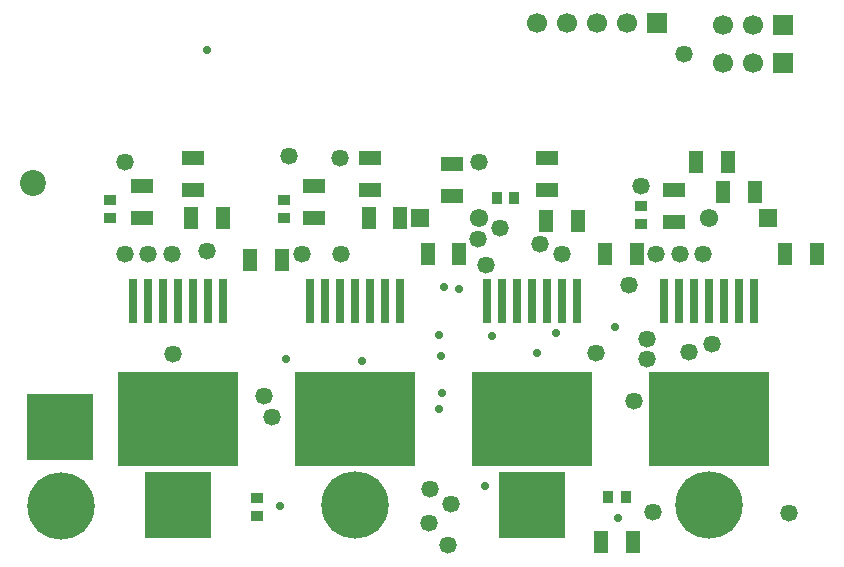
<source format=gbs>
%FSTAX42Y42*%
%MOMM*%
%SFA1B1*%

%IPPOS*%
%ADD38R,10.249980X7.999984*%
%ADD39R,0.799998X3.699993*%
%ADD51R,1.899996X1.299997*%
%ADD53R,0.899998X1.099998*%
%ADD54R,1.099998X0.899998*%
%ADD56R,1.299997X1.899996*%
%ADD63R,1.699997X1.699997*%
%ADD64C,1.699997*%
%ADD65R,5.699989X5.699989*%
%ADD66C,5.699989*%
%ADD67R,5.699989X5.699989*%
%ADD68C,1.549997*%
%ADD69R,1.549997X1.549997*%
%ADD70C,1.469997*%
%ADD71C,0.699999*%
%ADD72C,2.199996*%
%LNwhey_agr_agr_pcb-1*%
%LPD*%
G54D38*
X001499Y001224D03*
X004499D03*
X005999D03*
X002999D03*
G54D39*
X00188Y002224D03*
X001753D03*
X001626D03*
X001499D03*
X001372D03*
X001245D03*
X001118D03*
X00488D03*
X004753D03*
X004626D03*
X004499D03*
X004372D03*
X004245D03*
X004118D03*
X00638D03*
X006253D03*
X006126D03*
X005999D03*
X005872D03*
X005745D03*
X005618D03*
X00338D03*
X003253D03*
X003126D03*
X002999D03*
X002872D03*
X002745D03*
X002618D03*
G54D51*
X002649Y003194D03*
Y002924D03*
X001624Y003434D03*
Y003164D03*
X001199Y003194D03*
Y002924D03*
X003124Y003434D03*
Y003164D03*
X003824Y003384D03*
Y003114D03*
X004624Y003434D03*
Y003164D03*
X005699Y003159D03*
Y002889D03*
G54D53*
X005293Y000561D03*
X005143D03*
X004349Y003099D03*
X004199D03*
G54D54*
X002399Y003074D03*
Y002924D03*
X002168Y000405D03*
Y000555D03*
X000924Y003074D03*
Y002924D03*
X005424Y003024D03*
Y002874D03*
G54D56*
X006159Y003399D03*
X005889D03*
X005355Y00018D03*
X005085D03*
X006909Y002624D03*
X006639D03*
X002384Y002574D03*
X002114D03*
X001614Y002924D03*
X001884D03*
X003114D03*
X003384D03*
X003884Y002624D03*
X003614D03*
X004614Y002899D03*
X004884D03*
X005384Y002624D03*
X005114D03*
X006114Y003149D03*
X006384D03*
G54D63*
X006622Y004237D03*
X00662Y004561D03*
X005553Y004574D03*
G54D64*
X006368Y004237D03*
X006114D03*
X006111Y004561D03*
X006366D03*
X004537Y004574D03*
X004791D03*
X005045D03*
X005299D03*
G54D65*
X000499Y001156D03*
G54D66*
X000511Y000487D03*
X005999Y000499D03*
X002999D03*
G54D67*
X004499Y000499D03*
X001499D03*
G54D68*
X004049Y002924D03*
X005999D03*
G54D69*
X003549Y002924D03*
X006499D03*
G54D70*
X005037Y00178D03*
X00363Y000343D03*
X003811Y000505D03*
X002437Y003449D03*
X00223Y001418D03*
X002299Y001243D03*
X003787Y000161D03*
X003637Y00063D03*
X004749Y002624D03*
X001049Y003399D03*
X004049D03*
X005949Y002624D03*
X001449D03*
X001049D03*
X002549D03*
X001249D03*
X005549D03*
X005749D03*
X005318Y002361D03*
X005787Y004311D03*
X005474Y001905D03*
X005468Y00173D03*
X005418Y003199D03*
X005365Y001374D03*
X00288Y002618D03*
X002874Y003437D03*
X001455Y001774D03*
X005524Y000437D03*
X006674Y00043D03*
X004568Y002705D03*
X004037Y002749D03*
X004111Y00253D03*
X00423Y002837D03*
X001749Y002649D03*
X006024Y001861D03*
X005824Y001793D03*
G54D71*
X005199Y002005D03*
X004705Y001955D03*
X004099Y000655D03*
X002418Y00173D03*
X003061Y001711D03*
X002361Y000486D03*
X00373Y001761D03*
X003711Y001937D03*
X001749Y004349D03*
X003749Y002343D03*
X00523Y000387D03*
X003711Y001311D03*
X003739Y001441D03*
X004161Y001924D03*
X004537Y00178D03*
X00388Y002324D03*
G54D72*
X000274Y003224D03*
M02*
</source>
